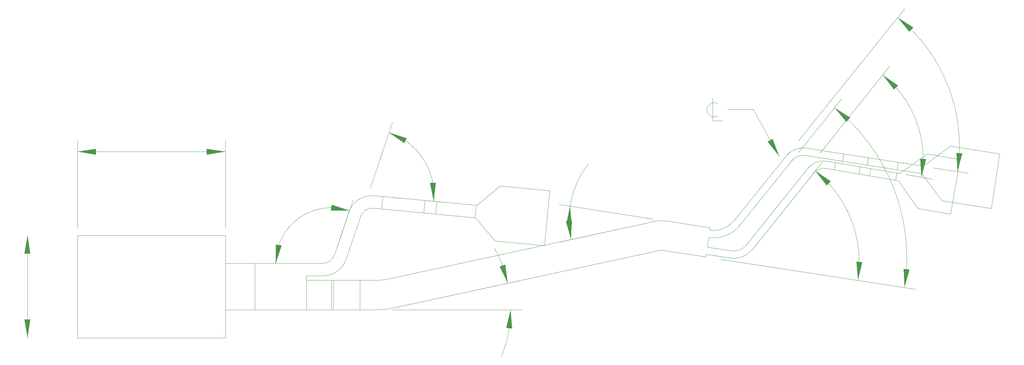
<source format=gbr>
*
G4_C Author: OrCAD GerbTool(tm) 8.1.1 Thu Jun 19 08:57:16 2003*
%LPD*%
%FSLAX34Y34*%
%MOIN*%
%AD*%
%ADD10R,0.050000X0.050000*%
%ADD11C,0.006000*%
%ADD12C,0.019000*%
%ADD13C,0.007900*%
%ADD14C,0.005000*%
%ADD15C,0.000800*%
%ADD16R,0.070000X0.025000*%
%ADD17R,0.068000X0.023000*%
%ADD18C,0.006000*%
%ADD19C,0.009800*%
%ADD20C,0.010000*%
%ADD21C,0.030000*%
%ADD22C,0.060000*%
%ADD23C,0.035000*%
%ADD24C,0.055000*%
%ADD25C,0.010000*%
%ADD26C,0.015000*%
%ADD27C,0.020000*%
%ADD28C,0.005920*%
%ADD29C,0.207760*%
%ADD30C,0.062980*%
%ADD55C,0.001000*%
%ADD56C,0.001000*%
G4_C OrCAD GerbTool Tool List *
G54D56*
G1X15747Y11731D2*
G1X15747Y21061D1*
G1X-1Y11731D2*
G1X-1Y21061D1*
G1X15747Y19880D2*
G1X7873Y19880D1*
G1X-1Y19880D1*
G36*
G54D56*
G1X13778Y19565D2*
G1X15747Y19880D1*
G1X13778Y20195D1*
G1X13778Y19565D1*
G54D56*
G1X1967Y20195D2*
G1X-1Y19880D1*
G1X1967Y19565D1*
G1X1967Y20195D1*
G37*
G1X-5352Y10944D2*
G1X-5352Y5471D1*
G1X-5352Y-1D1*
G36*
G54D56*
G1X-5037Y8975D2*
G1X-5352Y10944D1*
G1X-5667Y8975D1*
G1X-5037Y8975D1*
G54D56*
G1X-5667Y1968D2*
G1X-5352Y-1D1*
G1X-5037Y1968D1*
G1X-5667Y1968D1*
G37*
G1X33502Y2991D2*
G1X47344Y2991D1*
G1X34073Y3286D2*
G1X47012Y6089D1*
G1X45212Y-1976D2*
G75*
G3X46163Y2991I-12498J4967D1*
G74*
G1X45858Y5839D2*
G75*
G3X44477Y9511I-13143J-2848D1*
G74*
G36*
G54D56*
G1X46163Y2991D2*
G1X46333Y1005D1*
G1X45705Y1051D1*
G1X46163Y2991D1*
G54D56*
G1X45858Y5839D2*
G1X44999Y7638D1*
G1X45604Y7816D1*
G1X45858Y5839D1*
G37*
G1X61330Y12702D2*
G1X51330Y14243D1*
G1X60647Y12266D2*
G1X51450Y10273D1*
G1X54460Y18588D2*
G75*
G3X52605Y10523I7648J-6005D1*
G74*
G36*
G54D56*
G1X52498Y14063D2*
G1X52711Y12081D1*
G1X52081Y12114D1*
G1X52498Y14063D1*
G54D56*
G1X52605Y10523D2*
G1X52071Y12444D1*
G1X52697Y12515D1*
G1X52605Y10523D1*
G37*
G1X68568Y8400D2*
G1X89331Y5200D1*
G1X76860Y19824D2*
G1X81430Y25519D1*
G1X88164Y5380D2*
G75*
G3X87003Y15990I-20374J3140D1*
G3X80691Y24598I-19213J-7471D1*
G74*
G36*
G54D56*
G1X88164Y5380D2*
G1X88057Y7370D1*
G1X88683Y7304D1*
G1X88164Y5380D1*
G54D56*
G1X80691Y24598D2*
G1X82374Y23530D1*
G1X81957Y23058D1*
G1X80691Y24598D1*
G37*
G1X71578Y7936D2*
G1X84353Y5967D1*
G1X77823Y16834D2*
G1X79367Y18763D1*
G1X83185Y6147D2*
G75*
G3X82476Y12606I-12386J1909D1*
G3X78629Y17841I-11677J-4550D1*
G74*
G36*
G54D56*
G1X83185Y6147D2*
G1X83017Y8133D1*
G1X83646Y8087D1*
G1X83185Y6147D1*
G54D56*
G1X78629Y17841D2*
G1X80280Y16724D1*
G1X79849Y16265D1*
G1X78629Y17841D1*
G37*
G1X91230Y18172D2*
G1X94978Y17594D1*
G1X76856Y21078D2*
G1X88151Y35154D1*
G1X93811Y17774D2*
G75*
G3X92817Y26861I-17447J2689D1*
G3X87412Y34232I-16453J-6398D1*
G74*
G36*
G54D56*
G1X93811Y17774D2*
G1X93688Y19764D1*
G1X94315Y19703D1*
G1X93811Y17774D1*
G54D56*
G1X87412Y34232D2*
G1X89086Y33151D1*
G1X88665Y32682D1*
G1X87412Y34232D1*
G37*
G1X88263Y17447D2*
G1X91142Y16950D1*
G1X79128Y19725D2*
G1X86565Y29020D1*
G1X89978Y17151D2*
G75*
G3X89398Y23191I-11342J1959D1*
G3X85827Y28098I-10762J-4081D1*
G74*
G36*
G54D56*
G1X89978Y17151D2*
G1X89832Y19139D1*
G1X90460Y19085D1*
G1X89978Y17151D1*
G54D56*
G1X85827Y28098D2*
G1X87470Y26969D1*
G1X87036Y26513D1*
G1X85827Y28098D1*
G37*
G1X27619Y9582D2*
G1X29350Y14715D1*
G1X23612Y7952D2*
G1X19931Y7952D1*
G1X28972Y13596D2*
G75*
G3X23594Y12790I-1903J-5644D1*
G3X21112Y7952I3475J-4838D1*
G74*
G36*
G54D56*
G1X28972Y13596D2*
G1X26979Y13599D1*
G1X27079Y14221D1*
G1X28972Y13596D1*
G54D56*
G1X21112Y7952D2*
G1X21125Y9945D1*
G1X21747Y9842D1*
G1X21112Y7952D1*
G37*
G1X33315Y15023D2*
G1X39154Y14481D1*
G1X31192Y15989D2*
G1X33576Y23060D1*
G1X37978Y14590D2*
G75*
G3X36866Y19096I-7037J653D1*
G3X33199Y21940I-5925J-3853D1*
G74*
G36*
G54D56*
G1X37978Y14590D2*
G1X37571Y16542D1*
G1X38200Y16571D1*
G1X37978Y14590D1*
G54D56*
G1X33199Y21940D2*
G1X35100Y21340D1*
G1X34817Y20777D1*
G1X33199Y21940D1*
G54D56*
G1X74780Y19378D2*
G1X73558Y20953D1*
G1X74111Y21256D1*
G1X74780Y19378D1*
G37*
G1X68236Y25035D2*
G1X67842Y25166D1*
G1X67448Y25035D1*
G1X67186Y24772D1*
G1X67054Y24378D1*
G1X67186Y23985D1*
G1X67448Y23722D1*
G1X67842Y23591D1*
G1X68236Y23722D1*
G1X67711Y25625D2*
G1X67711Y23197D1*
G1X68760Y23197D1*
G1X72041Y24378D2*
G1X69285Y24378D1*
G1X74780Y19378D2*
G1X72041Y24378D1*
G1X-1Y10944D2*
G1X-1Y-1D1*
G1X42546Y14167D2*
G1X45031Y16229D1*
G1X28904Y13394D2*
G1X27367Y8836D1*
G1X30172Y12966D2*
G1X28635Y8408D1*
G1X15747Y10944D2*
G1X15747Y7952D1*
G1X15747Y2991D1*
G1X15747Y-1D1*
G1X18888Y7952D2*
G1X18888Y2991D1*
G1X24400Y6613D2*
G1X24400Y6141D1*
G1X24400Y2991D1*
G1X32531Y15096D2*
G1X32408Y13763D1*
G1X77764Y18021D2*
G1X71237Y9863D1*
G1X78379Y17529D2*
G1X71852Y9371D1*
G1X75510Y19399D2*
G1X69964Y12488D1*
G1X76124Y18907D2*
G1X70578Y11995D1*
G1X90113Y18338D2*
G1X93039Y20483D1*
G1X90574Y19645D2*
G1X87617Y17559D1*
G1X27077Y6141D2*
G1X27077Y2991D1*
G1X27255Y6141D2*
G1X27255Y2991D1*
G1X30087Y6141D2*
G1X30087Y2991D1*
G1X37023Y14679D2*
G1X36899Y13346D1*
G1X38281Y14562D2*
G1X38158Y13229D1*
G1X42498Y14171D2*
G1X42374Y12838D1*
G1X50323Y15738D2*
G1X49778Y9858D1*
G1X67437Y11761D2*
G1X67395Y11489D1*
G1X67275Y10710D2*
G1X67119Y9699D1*
G1X66999Y8921D2*
G1X66957Y8648D1*
G1X81647Y19649D2*
G1X81527Y18871D1*
G1X84293Y19241D2*
G1X84173Y18463D1*
G1X87468Y18752D2*
G1X87348Y17974D1*
G1X80805Y18736D2*
G1X80671Y17960D1*
G1X83443Y18280D2*
G1X83309Y17504D1*
G1X84549Y18089D2*
G1X84415Y17313D1*
G1X87340Y17607D2*
G1X87206Y16831D1*
G1X90114Y18344D2*
G1X89994Y17566D1*
G1X98292Y19673D2*
G1X97392Y13836D1*
G1X93061Y13223D2*
G1X94066Y19042D1*
G1X44485Y10349D2*
G1X42423Y12834D1*
G1X87483Y16783D2*
G1X89569Y13826D1*
G1X92140Y14646D2*
G1X89995Y17572D1*
G1X15747Y-1D2*
G1X-1Y-1D1*
G1X32112Y2991D2*
G1X15747Y2991D1*
G1X32112Y6141D2*
G1X24400Y6141D1*
G1X26136Y6613D2*
G1X24400Y6613D1*
G1X26136Y7952D2*
G1X15747Y7952D1*
G1X15747Y10944D2*
G1X-1Y10944D1*
G1X49778Y9858D2*
G1X44485Y10349D1*
G1X42423Y12834D2*
G1X31524Y13845D1*
G1X42546Y14167D2*
G1X31647Y15178D1*
G1X45031Y16229D2*
G1X50323Y15738D1*
G1X66957Y8648D2*
G1X62327Y9362D1*
G1X69648Y8512D2*
G1X66999Y8921D1*
G1X69768Y9291D2*
G1X67119Y9699D1*
G1X67437Y11761D2*
G1X62807Y12475D1*
G1X97392Y13836D2*
G1X92140Y14646D1*
G1X89569Y13826D2*
G1X93061Y13223D1*
G1X87483Y16783D2*
G1X79877Y18097D1*
G1X87617Y17559D2*
G1X80011Y18873D1*
G1X62084Y9354D2*
G1X33304Y3119D1*
G1X61417Y12432D2*
G1X32637Y6197D1*
G1X90000Y17565D2*
G1X77592Y19477D1*
G1X90114Y18344D2*
G1X77712Y20256D1*
G1X93039Y20483D2*
G1X98292Y19673D1*
G1X94066Y19042D2*
G1X90574Y19645D1*
G1X31647Y15178D2*
G75*
G3X28904Y13394I-244J-2627D1*
G74*
G1X26136Y7952D2*
G75*
G3X27367Y8836I0J1299D1*
G74*
G1X31524Y13845D2*
G75*
G3X30172Y12966I-120J-1294D1*
G74*
G1X26136Y6613D2*
G75*
G3X28635Y8408I0J2638D1*
G74*
G1X77712Y20256D2*
G75*
G3X75510Y19399I-360J-2335D1*
G74*
G1X67395Y11489D2*
G75*
G3X69964Y12488I420J2724D1*
G74*
G1X62807Y12475D2*
G75*
G3X61417Y12432I-582J-3774D1*
G74*
G1X32112Y6141D2*
G75*
G3X32637Y6197I0J2480D1*
G74*
G1X80011Y18873D2*
G75*
G3X77764Y18021I-402J-2328D1*
G74*
G1X69768Y9291D2*
G75*
G3X71237Y9863I240J1556D1*
G74*
G1X79877Y18097D2*
G75*
G3X78379Y17529I-268J-1552D1*
G74*
G1X32112Y2991D2*
G75*
G3X33304Y3119I0J5630D1*
G74*
G1X69648Y8512D2*
G75*
G3X71852Y9371I360J2335D1*
G74*
G1X77592Y19477D2*
G75*
G3X76124Y18907I-240J-1556D1*
G74*
G1X62327Y9362D2*
G75*
G3X62084Y9354I-102J-661D1*
G74*
G1X67275Y10710D2*
G75*
G3X70578Y11995I540J3502D1*
M2*

</source>
